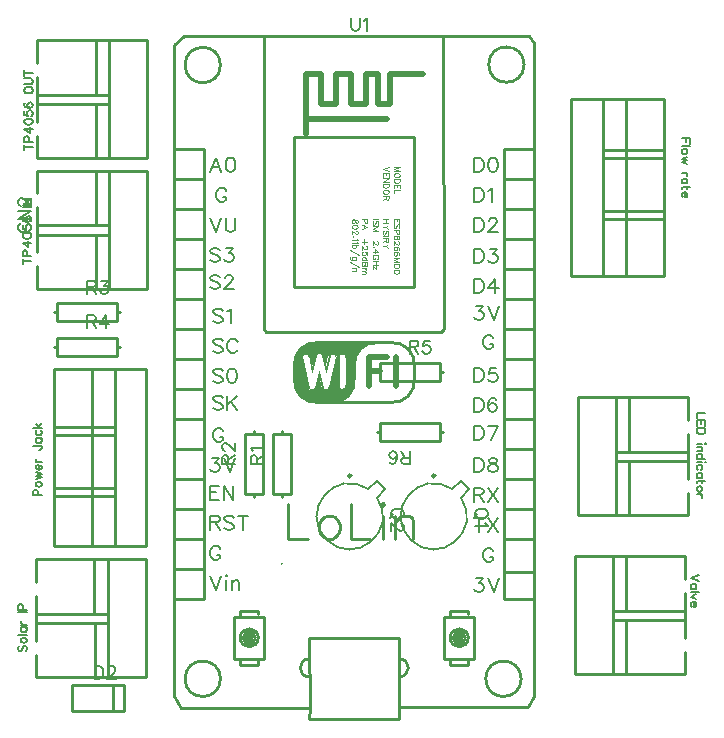
<source format=gto>
G04 Layer: TopSilkLayer*
G04 EasyEDA v6.4.0, 2020-07-18T08:58:50+05:30*
G04 8da112671cf046a09353fb5968b32747,f1a86d1669934288b337f1190552c02f,10*
G04 Gerber Generator version 0.2*
G04 Scale: 100 percent, Rotated: No, Reflected: No *
G04 Dimensions in inches *
G04 leading zeros omitted , absolute positions ,2 integer and 4 decimal *
%FSLAX24Y24*%
%MOIN*%
G90*
G70D02*

%ADD10C,0.010000*%
%ADD20C,0.007900*%
%ADD21C,0.020000*%
%ADD22C,0.001000*%
%ADD23C,0.002000*%
%ADD24C,0.004000*%
%ADD25C,0.009800*%
%ADD26C,0.003000*%
%ADD27C,0.006000*%
%ADD28C,0.008000*%

%LPD*%
G54D10*
G01X2138Y16120D02*
G01X2138Y17079D01*
G01X2138Y14631D02*
G01X2138Y15381D01*
G01X2138Y15849D02*
G01X2138Y17350D01*
G01X2138Y17818D02*
G01X2138Y18568D01*
G01X5799Y14631D02*
G01X5799Y18568D01*
G01X2138Y14631D02*
G01X5799Y14631D01*
G01X2138Y18568D02*
G01X5799Y18568D01*
G01X4525Y14631D02*
G01X4525Y18568D01*
G01X2138Y16443D02*
G01X4525Y16443D01*
G01X2200Y16750D02*
G01X2146Y16750D01*
G01X2138Y16758D01*
G01X2138Y16758D02*
G01X4525Y16758D01*
G01X4105Y14631D02*
G01X4105Y16443D01*
G01X4079Y16758D02*
G01X4079Y18568D01*
G01X2138Y20470D02*
G01X2138Y21429D01*
G01X2138Y18981D02*
G01X2138Y19731D01*
G01X2138Y20199D02*
G01X2138Y21700D01*
G01X2138Y22168D02*
G01X2138Y22918D01*
G01X5799Y18981D02*
G01X5799Y22918D01*
G01X2138Y18981D02*
G01X5799Y18981D01*
G01X2138Y22918D02*
G01X5799Y22918D01*
G01X4525Y18981D02*
G01X4525Y22918D01*
G01X2138Y20793D02*
G01X4525Y20793D01*
G01X2200Y21100D02*
G01X2146Y21100D01*
G01X2138Y21108D01*
G01X2138Y21108D02*
G01X4525Y21108D01*
G01X4105Y18981D02*
G01X4105Y20793D01*
G01X4079Y21108D02*
G01X4079Y22918D01*
G01X2688Y6047D02*
G01X2688Y11952D01*
G01X5759Y6047D02*
G01X5759Y11952D01*
G01X2688Y6047D02*
G01X5759Y6047D01*
G01X2688Y11952D02*
G01X5759Y11952D01*
G01X4714Y6047D02*
G01X4714Y11952D01*
G01X2688Y7734D02*
G01X4650Y7734D01*
G01X2688Y7994D02*
G01X4650Y7994D01*
G01X2688Y9772D02*
G01X4714Y9772D01*
G01X2688Y10031D02*
G01X4714Y10031D01*
G01X3950Y6118D02*
G01X3950Y11952D01*
G01X23011Y20952D02*
G01X23011Y15047D01*
G01X19940Y20952D02*
G01X19940Y15047D01*
G01X23011Y20952D02*
G01X19940Y20952D01*
G01X23011Y15047D02*
G01X19940Y15047D01*
G01X20985Y20952D02*
G01X20985Y15047D01*
G01X23011Y19265D02*
G01X21050Y19265D01*
G01X23011Y19005D02*
G01X21050Y19005D01*
G01X23011Y17227D02*
G01X20985Y17227D01*
G01X23011Y16968D02*
G01X20985Y16968D01*
G01X21750Y20881D02*
G01X21750Y15047D01*
G01X10300Y7800D02*
G01X10300Y7700D01*
G01X10300Y9800D02*
G01X10300Y9900D01*
G01X10300Y7800D02*
G01X10000Y7800D01*
G01X10600Y7800D02*
G01X10300Y7800D01*
G01X10600Y9800D02*
G01X10600Y7800D01*
G01X10300Y9800D02*
G01X10600Y9800D01*
G01X10000Y9800D02*
G01X10300Y9800D01*
G01X10000Y7800D02*
G01X10000Y9800D01*
G01X9350Y7800D02*
G01X9350Y7700D01*
G01X9350Y9800D02*
G01X9350Y9900D01*
G01X9350Y7800D02*
G01X9050Y7800D01*
G01X9650Y7800D02*
G01X9350Y7800D01*
G01X9650Y9800D02*
G01X9650Y7800D01*
G01X9350Y9800D02*
G01X9650Y9800D01*
G01X9050Y9800D02*
G01X9350Y9800D01*
G01X9050Y7800D02*
G01X9050Y9800D01*
G01X2800Y13850D02*
G01X2700Y13850D01*
G01X4800Y13850D02*
G01X4900Y13850D01*
G01X2800Y13850D02*
G01X2800Y14150D01*
G01X2800Y13550D02*
G01X2800Y13850D01*
G01X4800Y13550D02*
G01X2800Y13550D01*
G01X4800Y13850D02*
G01X4800Y13550D01*
G01X4800Y14150D02*
G01X4800Y13850D01*
G01X2800Y14150D02*
G01X4800Y14150D01*
G01X2800Y12700D02*
G01X2700Y12700D01*
G01X4800Y12700D02*
G01X4900Y12700D01*
G01X2800Y12700D02*
G01X2800Y13000D01*
G01X2800Y12400D02*
G01X2800Y12700D01*
G01X4800Y12400D02*
G01X2800Y12400D01*
G01X4800Y12700D02*
G01X4800Y12400D01*
G01X4800Y13000D02*
G01X4800Y12700D01*
G01X2800Y13000D02*
G01X4800Y13000D01*
G01X13550Y11850D02*
G01X13450Y11850D01*
G01X15550Y11850D02*
G01X15650Y11850D01*
G01X13550Y11850D02*
G01X13550Y12150D01*
G01X13550Y11550D02*
G01X13550Y11850D01*
G01X15550Y11550D02*
G01X13550Y11550D01*
G01X15550Y11850D02*
G01X15550Y11550D01*
G01X15550Y12150D02*
G01X15550Y11850D01*
G01X13550Y12150D02*
G01X15550Y12150D01*
G01X15550Y9850D02*
G01X15650Y9850D01*
G01X13550Y9850D02*
G01X13450Y9850D01*
G01X15550Y9850D02*
G01X15550Y9550D01*
G01X15550Y10150D02*
G01X15550Y9850D01*
G01X13550Y10150D02*
G01X15550Y10150D01*
G01X13550Y9850D02*
G01X13550Y10150D01*
G01X13550Y9550D02*
G01X13550Y9850D01*
G01X15550Y9550D02*
G01X13550Y9550D01*
G54D20*
G01X16256Y7667D02*
G01X16539Y7950D01*
G01X16250Y8240D01*
G01X15968Y7957D01*
G01X13456Y7667D02*
G01X13739Y7950D01*
G01X13450Y8240D01*
G01X13168Y7957D01*
G54D10*
G01X23711Y4229D02*
G01X23711Y3270D01*
G01X23711Y5718D02*
G01X23711Y4968D01*
G01X23711Y4500D02*
G01X23711Y2999D01*
G01X23711Y2531D02*
G01X23711Y1781D01*
G01X20050Y5718D02*
G01X20050Y1781D01*
G01X23711Y5718D02*
G01X20050Y5718D01*
G01X23711Y1781D02*
G01X20050Y1781D01*
G01X21324Y5718D02*
G01X21324Y1781D01*
G01X23711Y3906D02*
G01X21324Y3906D01*
G01X23650Y3600D02*
G01X23703Y3600D01*
G01X23711Y3591D01*
G01X23711Y3591D02*
G01X21324Y3591D01*
G01X21744Y5718D02*
G01X21744Y3906D01*
G01X21770Y3591D02*
G01X21770Y1781D01*
G01X2088Y3170D02*
G01X2088Y4129D01*
G01X2088Y1681D02*
G01X2088Y2431D01*
G01X2088Y2899D02*
G01X2088Y4400D01*
G01X2088Y4868D02*
G01X2088Y5618D01*
G01X5749Y1681D02*
G01X5749Y5618D01*
G01X2088Y1681D02*
G01X5749Y1681D01*
G01X2088Y5618D02*
G01X5749Y5618D01*
G01X4475Y1681D02*
G01X4475Y5618D01*
G01X2088Y3493D02*
G01X4475Y3493D01*
G01X2150Y3800D02*
G01X2096Y3800D01*
G01X2088Y3808D01*
G01X2088Y3808D02*
G01X4475Y3808D01*
G01X4055Y1681D02*
G01X4055Y3493D01*
G01X4029Y3808D02*
G01X4029Y5618D01*
G01X23811Y9529D02*
G01X23811Y8570D01*
G01X23811Y11018D02*
G01X23811Y10268D01*
G01X23811Y9800D02*
G01X23811Y8299D01*
G01X23811Y7831D02*
G01X23811Y7081D01*
G01X20150Y11018D02*
G01X20150Y7081D01*
G01X23811Y11018D02*
G01X20150Y11018D01*
G01X23811Y7081D02*
G01X20150Y7081D01*
G01X21424Y11018D02*
G01X21424Y7081D01*
G01X23811Y9206D02*
G01X21424Y9206D01*
G01X23750Y8900D02*
G01X23803Y8900D01*
G01X23811Y8891D01*
G01X23811Y8891D02*
G01X21424Y8891D01*
G01X21844Y11018D02*
G01X21844Y9206D01*
G01X21870Y8891D02*
G01X21870Y7081D01*
G01X5016Y566D02*
G01X3283Y566D01*
G01X5016Y1433D02*
G01X3283Y1433D01*
G01X5016Y566D02*
G01X5016Y1433D01*
G01X3283Y566D02*
G01X3283Y1433D01*
G01X4646Y566D02*
G01X4646Y1433D01*
G01X6699Y22000D02*
G01X6699Y19300D01*
G01X7699Y19300D01*
G01X7699Y4300D01*
G01X6699Y4300D01*
G01X6688Y1044D01*
G01X6924Y650D01*
G01X9050Y650D01*
G01X11215Y650D01*
G01X11199Y296D01*
G01X14199Y296D01*
G01X14207Y689D01*
G01X18498Y690D01*
G01X18699Y1044D01*
G01X18699Y22812D01*
G01X18508Y23048D01*
G01X7012Y23048D01*
G01X6697Y22772D01*
G01X6699Y22000D01*
G01X6700Y4300D02*
G01X6700Y19300D01*
G01X7700Y18300D02*
G01X6700Y18300D01*
G01X7700Y17300D02*
G01X6700Y17300D01*
G01X7700Y16300D02*
G01X6700Y16300D01*
G01X7700Y15300D02*
G01X6700Y15300D01*
G01X7700Y13300D02*
G01X6700Y13300D01*
G01X7700Y12300D02*
G01X6700Y12300D01*
G01X7700Y14300D02*
G01X6700Y14300D01*
G01X7700Y11300D02*
G01X6700Y11300D01*
G01X6700Y10300D02*
G01X7700Y10300D01*
G01X7700Y9300D02*
G01X6700Y9300D01*
G01X6700Y8300D02*
G01X7700Y8300D01*
G01X7700Y7300D02*
G01X6700Y7300D01*
G01X7700Y6300D02*
G01X6700Y6300D01*
G01X6700Y5300D02*
G01X7700Y5300D01*
G01X18700Y4300D02*
G01X17700Y4300D01*
G01X17700Y19300D01*
G01X18700Y19300D01*
G01X18700Y18300D02*
G01X17700Y18300D01*
G01X17700Y17300D02*
G01X18700Y17300D01*
G01X18700Y16300D02*
G01X17700Y16300D01*
G01X17700Y15300D02*
G01X18700Y15300D01*
G01X18700Y14300D02*
G01X17700Y14300D01*
G01X17700Y13300D02*
G01X18700Y13300D01*
G01X18700Y12300D02*
G01X17700Y12300D01*
G01X17700Y11300D02*
G01X18700Y11300D01*
G01X18700Y10300D02*
G01X17700Y10300D01*
G01X17700Y9300D02*
G01X18700Y9300D01*
G01X18700Y8300D02*
G01X17700Y8300D01*
G01X17700Y7300D02*
G01X18700Y7300D01*
G01X17700Y6300D02*
G01X18700Y6300D01*
G01X17700Y5200D02*
G01X18700Y5200D01*
G01X8700Y2300D02*
G01X9700Y2300D01*
G01X9700Y3700D01*
G01X8700Y3700D01*
G01X8700Y2300D01*
G01X8900Y2300D01*
G01X8900Y2100D01*
G01X9500Y2100D01*
G01X9500Y2300D01*
G01X8900Y3700D02*
G01X8900Y3900D01*
G01X9500Y3900D01*
G01X9500Y3800D01*
G01X15700Y2300D02*
G01X16700Y2300D01*
G01X16700Y3700D01*
G01X15700Y3700D01*
G01X15700Y2300D01*
G01X15900Y2300D01*
G01X15900Y2100D01*
G01X16500Y2100D01*
G01X16500Y2300D01*
G01X15900Y3700D02*
G01X15900Y3900D01*
G01X16500Y3900D01*
G01X16500Y3800D01*
G01X14207Y611D02*
G01X14200Y3000D01*
G01X11200Y3000D01*
G01X11215Y650D01*
G01X9689Y23008D02*
G01X9689Y13309D01*
G01X9748Y13209D01*
G01X15599Y13209D01*
G01X15689Y13309D01*
G01X15673Y23008D01*
G01X10700Y14700D02*
G01X14700Y14700D01*
G01X14700Y19700D01*
G01X10700Y19700D01*
G01X10700Y19600D01*
G01X10700Y14700D01*
G54D21*
G01X11100Y19800D02*
G01X11100Y21800D01*
G01X11600Y21800D01*
G01X11600Y20800D01*
G01X12100Y20800D01*
G01X12100Y21800D01*
G01X12600Y21800D01*
G01X12600Y20800D01*
G01X13100Y20800D01*
G01X13100Y21800D01*
G01X13500Y21800D01*
G01X13500Y20800D01*
G01X13900Y20800D01*
G01X13900Y21800D01*
G01X15000Y21800D01*
G01X11100Y20300D02*
G01X13800Y20300D01*
G54D10*
G01X11500Y12844D02*
G01X13900Y12844D01*
G01X14700Y11644D02*
G01X14700Y12044D01*
G01X13900Y10844D02*
G01X11500Y10844D01*
G01X12700Y11644D02*
G01X12700Y12044D01*
G01X10700Y11644D02*
G01X10700Y12144D01*
G01X12139Y12350D02*
G01X11830Y11100D01*
G01X12150Y11100D01*
G01X12150Y12380D01*
G01X10910Y12400D02*
G01X11160Y11319D01*
G54D22*
G01X11389Y11340D02*
G01X11530Y11909D01*
G01X11650Y11340D01*
G54D23*
G01X11389Y11309D02*
G01X11530Y11880D01*
G01X11650Y11309D01*
G54D24*
G01X11389Y11209D02*
G01X11530Y11780D01*
G01X11650Y11209D01*
G54D23*
G01X11389Y11259D02*
G01X11530Y11830D01*
G01X11650Y11259D01*
G54D22*
G01X11439Y12419D02*
G01X11300Y11850D01*
G01X11180Y12419D01*
G54D23*
G01X11439Y12450D02*
G01X11300Y11880D01*
G01X11180Y12450D01*
G54D24*
G01X11439Y12550D02*
G01X11300Y11980D01*
G01X11180Y12550D01*
G54D23*
G01X11439Y12500D02*
G01X11300Y11930D01*
G01X11180Y12500D01*
G54D22*
G01X11889Y12430D02*
G01X11750Y11859D01*
G01X11630Y12430D01*
G54D23*
G01X11889Y12459D02*
G01X11750Y11890D01*
G01X11630Y12459D01*
G54D24*
G01X11889Y12559D02*
G01X11750Y11990D01*
G01X11630Y12559D01*
G54D23*
G01X11889Y12509D02*
G01X11750Y11940D01*
G01X11630Y12509D01*
G54D10*
G01X12450Y12600D02*
G01X12450Y11200D01*
G54D27*
G01X1696Y19344D02*
G01X1984Y19344D01*
G01X1696Y19250D02*
G01X1696Y19440D01*
G01X1696Y19530D02*
G01X1984Y19530D01*
G01X1696Y19530D02*
G01X1696Y19653D01*
G01X1711Y19694D01*
G01X1725Y19707D01*
G01X1751Y19721D01*
G01X1792Y19721D01*
G01X1819Y19707D01*
G01X1834Y19694D01*
G01X1846Y19653D01*
G01X1846Y19530D01*
G01X1696Y19948D02*
G01X1888Y19811D01*
G01X1888Y20015D01*
G01X1696Y19948D02*
G01X1984Y19948D01*
G01X1696Y20188D02*
G01X1711Y20146D01*
G01X1751Y20119D01*
G01X1819Y20105D01*
G01X1861Y20105D01*
G01X1928Y20119D01*
G01X1969Y20146D01*
G01X1984Y20188D01*
G01X1984Y20215D01*
G01X1969Y20255D01*
G01X1928Y20284D01*
G01X1861Y20296D01*
G01X1819Y20296D01*
G01X1751Y20284D01*
G01X1711Y20255D01*
G01X1696Y20215D01*
G01X1696Y20188D01*
G01X1696Y20551D02*
G01X1696Y20415D01*
G01X1819Y20401D01*
G01X1805Y20415D01*
G01X1792Y20455D01*
G01X1792Y20496D01*
G01X1805Y20536D01*
G01X1834Y20565D01*
G01X1875Y20578D01*
G01X1901Y20578D01*
G01X1942Y20565D01*
G01X1969Y20536D01*
G01X1984Y20496D01*
G01X1984Y20455D01*
G01X1969Y20415D01*
G01X1955Y20401D01*
G01X1928Y20386D01*
G01X1738Y20832D02*
G01X1711Y20817D01*
G01X1696Y20777D01*
G01X1696Y20750D01*
G01X1711Y20709D01*
G01X1751Y20682D01*
G01X1819Y20667D01*
G01X1888Y20667D01*
G01X1942Y20682D01*
G01X1969Y20709D01*
G01X1984Y20750D01*
G01X1984Y20763D01*
G01X1969Y20805D01*
G01X1942Y20832D01*
G01X1901Y20844D01*
G01X1888Y20844D01*
G01X1846Y20832D01*
G01X1819Y20805D01*
G01X1805Y20763D01*
G01X1805Y20750D01*
G01X1819Y20709D01*
G01X1846Y20682D01*
G01X1888Y20667D01*
G01X1696Y21227D02*
G01X1711Y21200D01*
G01X1738Y21173D01*
G01X1765Y21159D01*
G01X1805Y21144D01*
G01X1875Y21144D01*
G01X1915Y21159D01*
G01X1942Y21173D01*
G01X1969Y21200D01*
G01X1984Y21227D01*
G01X1984Y21282D01*
G01X1969Y21309D01*
G01X1942Y21336D01*
G01X1915Y21350D01*
G01X1875Y21363D01*
G01X1805Y21363D01*
G01X1765Y21350D01*
G01X1738Y21336D01*
G01X1711Y21309D01*
G01X1696Y21282D01*
G01X1696Y21227D01*
G01X1696Y21453D02*
G01X1901Y21453D01*
G01X1942Y21467D01*
G01X1969Y21494D01*
G01X1984Y21534D01*
G01X1984Y21563D01*
G01X1969Y21603D01*
G01X1942Y21630D01*
G01X1901Y21644D01*
G01X1696Y21644D01*
G01X1696Y21830D02*
G01X1984Y21830D01*
G01X1696Y21734D02*
G01X1696Y21925D01*
G01X1646Y15544D02*
G01X1934Y15544D01*
G01X1646Y15450D02*
G01X1646Y15640D01*
G01X1646Y15730D02*
G01X1934Y15730D01*
G01X1646Y15730D02*
G01X1646Y15853D01*
G01X1661Y15894D01*
G01X1675Y15907D01*
G01X1701Y15921D01*
G01X1742Y15921D01*
G01X1769Y15907D01*
G01X1784Y15894D01*
G01X1796Y15853D01*
G01X1796Y15730D01*
G01X1646Y16148D02*
G01X1838Y16011D01*
G01X1838Y16215D01*
G01X1646Y16148D02*
G01X1934Y16148D01*
G01X1646Y16388D02*
G01X1661Y16346D01*
G01X1701Y16319D01*
G01X1769Y16305D01*
G01X1811Y16305D01*
G01X1878Y16319D01*
G01X1919Y16346D01*
G01X1934Y16388D01*
G01X1934Y16415D01*
G01X1919Y16455D01*
G01X1878Y16484D01*
G01X1811Y16496D01*
G01X1769Y16496D01*
G01X1701Y16484D01*
G01X1661Y16455D01*
G01X1646Y16415D01*
G01X1646Y16388D01*
G01X1646Y16751D02*
G01X1646Y16615D01*
G01X1769Y16601D01*
G01X1755Y16615D01*
G01X1742Y16655D01*
G01X1742Y16696D01*
G01X1755Y16736D01*
G01X1784Y16765D01*
G01X1825Y16778D01*
G01X1851Y16778D01*
G01X1892Y16765D01*
G01X1919Y16736D01*
G01X1934Y16696D01*
G01X1934Y16655D01*
G01X1919Y16615D01*
G01X1905Y16601D01*
G01X1878Y16586D01*
G01X1688Y17032D02*
G01X1661Y17017D01*
G01X1646Y16977D01*
G01X1646Y16950D01*
G01X1661Y16909D01*
G01X1701Y16882D01*
G01X1769Y16867D01*
G01X1838Y16867D01*
G01X1892Y16882D01*
G01X1919Y16909D01*
G01X1934Y16950D01*
G01X1934Y16963D01*
G01X1919Y17005D01*
G01X1892Y17032D01*
G01X1851Y17044D01*
G01X1838Y17044D01*
G01X1796Y17032D01*
G01X1769Y17005D01*
G01X1755Y16963D01*
G01X1755Y16950D01*
G01X1769Y16909D01*
G01X1796Y16882D01*
G01X1838Y16867D01*
G01X1646Y17344D02*
G01X1934Y17344D01*
G01X1646Y17434D02*
G01X1934Y17434D01*
G01X1646Y17434D02*
G01X1934Y17626D01*
G01X1646Y17626D02*
G01X1934Y17626D01*
G01X1996Y7750D02*
G01X2284Y7750D01*
G01X1996Y7750D02*
G01X1996Y7873D01*
G01X2011Y7913D01*
G01X2025Y7926D01*
G01X2051Y7940D01*
G01X2092Y7940D01*
G01X2119Y7926D01*
G01X2134Y7913D01*
G01X2146Y7873D01*
G01X2146Y7750D01*
G01X2092Y8098D02*
G01X2105Y8071D01*
G01X2134Y8044D01*
G01X2175Y8030D01*
G01X2201Y8030D01*
G01X2242Y8044D01*
G01X2269Y8071D01*
G01X2284Y8098D01*
G01X2284Y8140D01*
G01X2269Y8167D01*
G01X2242Y8194D01*
G01X2201Y8207D01*
G01X2175Y8207D01*
G01X2134Y8194D01*
G01X2105Y8167D01*
G01X2092Y8140D01*
G01X2092Y8098D01*
G01X2092Y8298D02*
G01X2284Y8353D01*
G01X2092Y8407D02*
G01X2284Y8353D01*
G01X2092Y8407D02*
G01X2284Y8461D01*
G01X2092Y8515D02*
G01X2284Y8461D01*
G01X2175Y8605D02*
G01X2175Y8769D01*
G01X2146Y8769D01*
G01X2119Y8755D01*
G01X2105Y8742D01*
G01X2092Y8715D01*
G01X2092Y8675D01*
G01X2105Y8646D01*
G01X2134Y8619D01*
G01X2175Y8605D01*
G01X2201Y8605D01*
G01X2242Y8619D01*
G01X2269Y8646D01*
G01X2284Y8675D01*
G01X2284Y8715D01*
G01X2269Y8742D01*
G01X2242Y8769D01*
G01X2092Y8859D02*
G01X2284Y8859D01*
G01X2175Y8859D02*
G01X2134Y8873D01*
G01X2105Y8901D01*
G01X2092Y8928D01*
G01X2092Y8969D01*
G01X1996Y9405D02*
G01X2215Y9405D01*
G01X2255Y9392D01*
G01X2269Y9378D01*
G01X2284Y9351D01*
G01X2284Y9323D01*
G01X2269Y9296D01*
G01X2255Y9282D01*
G01X2215Y9269D01*
G01X2188Y9269D01*
G01X2092Y9659D02*
G01X2284Y9659D01*
G01X2134Y9659D02*
G01X2105Y9632D01*
G01X2092Y9605D01*
G01X2092Y9563D01*
G01X2105Y9536D01*
G01X2134Y9509D01*
G01X2175Y9494D01*
G01X2201Y9494D01*
G01X2242Y9509D01*
G01X2269Y9536D01*
G01X2284Y9563D01*
G01X2284Y9605D01*
G01X2269Y9632D01*
G01X2242Y9659D01*
G01X2134Y9913D02*
G01X2105Y9884D01*
G01X2092Y9857D01*
G01X2092Y9817D01*
G01X2105Y9790D01*
G01X2134Y9763D01*
G01X2175Y9748D01*
G01X2201Y9748D01*
G01X2242Y9763D01*
G01X2269Y9790D01*
G01X2284Y9817D01*
G01X2284Y9857D01*
G01X2269Y9884D01*
G01X2242Y9913D01*
G01X1996Y10003D02*
G01X2284Y10003D01*
G01X2092Y10138D02*
G01X2228Y10003D01*
G01X2175Y10057D02*
G01X2284Y10153D01*
G01X1538Y2740D02*
G01X1511Y2713D01*
G01X1496Y2673D01*
G01X1496Y2617D01*
G01X1511Y2576D01*
G01X1538Y2550D01*
G01X1565Y2550D01*
G01X1592Y2563D01*
G01X1605Y2576D01*
G01X1619Y2605D01*
G01X1646Y2686D01*
G01X1661Y2713D01*
G01X1675Y2726D01*
G01X1701Y2740D01*
G01X1742Y2740D01*
G01X1769Y2713D01*
G01X1784Y2673D01*
G01X1784Y2617D01*
G01X1769Y2576D01*
G01X1742Y2550D01*
G01X1592Y2898D02*
G01X1605Y2871D01*
G01X1634Y2844D01*
G01X1675Y2830D01*
G01X1701Y2830D01*
G01X1742Y2844D01*
G01X1769Y2871D01*
G01X1784Y2898D01*
G01X1784Y2940D01*
G01X1769Y2967D01*
G01X1742Y2994D01*
G01X1701Y3007D01*
G01X1675Y3007D01*
G01X1634Y2994D01*
G01X1605Y2967D01*
G01X1592Y2940D01*
G01X1592Y2898D01*
G01X1496Y3098D02*
G01X1784Y3098D01*
G01X1592Y3351D02*
G01X1784Y3351D01*
G01X1634Y3351D02*
G01X1605Y3325D01*
G01X1592Y3296D01*
G01X1592Y3255D01*
G01X1605Y3228D01*
G01X1634Y3201D01*
G01X1675Y3188D01*
G01X1701Y3188D01*
G01X1742Y3201D01*
G01X1769Y3228D01*
G01X1784Y3255D01*
G01X1784Y3296D01*
G01X1769Y3325D01*
G01X1742Y3351D01*
G01X1592Y3442D02*
G01X1784Y3442D01*
G01X1675Y3442D02*
G01X1634Y3455D01*
G01X1605Y3482D01*
G01X1592Y3509D01*
G01X1592Y3551D01*
G01X1496Y3851D02*
G01X1784Y3851D01*
G01X1496Y3940D02*
G01X1784Y3940D01*
G01X1496Y3940D02*
G01X1496Y4063D01*
G01X1511Y4105D01*
G01X1525Y4117D01*
G01X1551Y4132D01*
G01X1592Y4132D01*
G01X1619Y4117D01*
G01X1634Y4105D01*
G01X1646Y4063D01*
G01X1646Y3940D01*
G01X24202Y5100D02*
G01X23915Y4990D01*
G01X24202Y4882D02*
G01X23915Y4990D01*
G01X24106Y4628D02*
G01X23915Y4628D01*
G01X24065Y4628D02*
G01X24093Y4655D01*
G01X24106Y4682D01*
G01X24106Y4723D01*
G01X24093Y4751D01*
G01X24065Y4778D01*
G01X24025Y4792D01*
G01X23997Y4792D01*
G01X23956Y4778D01*
G01X23930Y4751D01*
G01X23915Y4723D01*
G01X23915Y4682D01*
G01X23930Y4655D01*
G01X23956Y4628D01*
G01X24202Y4538D02*
G01X23915Y4538D01*
G01X24106Y4448D02*
G01X23915Y4365D01*
G01X24106Y4284D02*
G01X23915Y4365D01*
G01X24025Y4194D02*
G01X24025Y4030D01*
G01X24052Y4030D01*
G01X24080Y4044D01*
G01X24093Y4057D01*
G01X24106Y4084D01*
G01X24106Y4126D01*
G01X24093Y4153D01*
G01X24065Y4180D01*
G01X24025Y4194D01*
G01X23997Y4194D01*
G01X23956Y4180D01*
G01X23930Y4153D01*
G01X23915Y4126D01*
G01X23915Y4084D01*
G01X23930Y4057D01*
G01X23956Y4030D01*
G01X24402Y10500D02*
G01X24115Y10500D01*
G01X24115Y10500D02*
G01X24115Y10336D01*
G01X24402Y10246D02*
G01X24115Y10246D01*
G01X24402Y10246D02*
G01X24402Y10069D01*
G01X24265Y10246D02*
G01X24265Y10136D01*
G01X24115Y10246D02*
G01X24115Y10069D01*
G01X24402Y9978D02*
G01X24115Y9978D01*
G01X24402Y9978D02*
G01X24402Y9884D01*
G01X24389Y9842D01*
G01X24361Y9815D01*
G01X24335Y9801D01*
G01X24293Y9788D01*
G01X24225Y9788D01*
G01X24185Y9801D01*
G01X24156Y9815D01*
G01X24130Y9842D01*
G01X24115Y9884D01*
G01X24115Y9978D01*
G01X24402Y9488D02*
G01X24389Y9475D01*
G01X24402Y9461D01*
G01X24415Y9475D01*
G01X24402Y9488D01*
G01X24306Y9475D02*
G01X24115Y9475D01*
G01X24306Y9371D02*
G01X24115Y9371D01*
G01X24252Y9371D02*
G01X24293Y9330D01*
G01X24306Y9303D01*
G01X24306Y9261D01*
G01X24293Y9234D01*
G01X24252Y9221D01*
G01X24115Y9221D01*
G01X24402Y8967D02*
G01X24115Y8967D01*
G01X24265Y8967D02*
G01X24293Y8994D01*
G01X24306Y9021D01*
G01X24306Y9063D01*
G01X24293Y9090D01*
G01X24265Y9117D01*
G01X24225Y9130D01*
G01X24197Y9130D01*
G01X24156Y9117D01*
G01X24130Y9090D01*
G01X24115Y9063D01*
G01X24115Y9021D01*
G01X24130Y8994D01*
G01X24156Y8967D01*
G01X24402Y8876D02*
G01X24389Y8863D01*
G01X24402Y8850D01*
G01X24415Y8863D01*
G01X24402Y8876D01*
G01X24306Y8863D02*
G01X24115Y8863D01*
G01X24265Y8596D02*
G01X24293Y8623D01*
G01X24306Y8651D01*
G01X24306Y8692D01*
G01X24293Y8719D01*
G01X24265Y8746D01*
G01X24225Y8759D01*
G01X24197Y8759D01*
G01X24156Y8746D01*
G01X24130Y8719D01*
G01X24115Y8692D01*
G01X24115Y8651D01*
G01X24130Y8623D01*
G01X24156Y8596D01*
G01X24306Y8342D02*
G01X24115Y8342D01*
G01X24265Y8342D02*
G01X24293Y8369D01*
G01X24306Y8396D01*
G01X24306Y8438D01*
G01X24293Y8465D01*
G01X24265Y8492D01*
G01X24225Y8505D01*
G01X24197Y8505D01*
G01X24156Y8492D01*
G01X24130Y8465D01*
G01X24115Y8438D01*
G01X24115Y8396D01*
G01X24130Y8369D01*
G01X24156Y8342D01*
G01X24402Y8211D02*
G01X24171Y8211D01*
G01X24130Y8198D01*
G01X24115Y8171D01*
G01X24115Y8144D01*
G01X24306Y8253D02*
G01X24306Y8157D01*
G01X24306Y7984D02*
G01X24293Y8013D01*
G01X24265Y8040D01*
G01X24225Y8053D01*
G01X24197Y8053D01*
G01X24156Y8040D01*
G01X24130Y8013D01*
G01X24115Y7984D01*
G01X24115Y7944D01*
G01X24130Y7917D01*
G01X24156Y7890D01*
G01X24197Y7876D01*
G01X24225Y7876D01*
G01X24265Y7890D01*
G01X24293Y7917D01*
G01X24306Y7944D01*
G01X24306Y7984D01*
G01X24306Y7786D02*
G01X24115Y7786D01*
G01X24225Y7786D02*
G01X24265Y7773D01*
G01X24293Y7744D01*
G01X24306Y7717D01*
G01X24306Y7676D01*
G01X23902Y19650D02*
G01X23615Y19650D01*
G01X23902Y19650D02*
G01X23902Y19473D01*
G01X23765Y19650D02*
G01X23765Y19540D01*
G01X23902Y19382D02*
G01X23615Y19382D01*
G01X23806Y19225D02*
G01X23793Y19252D01*
G01X23765Y19278D01*
G01X23725Y19292D01*
G01X23697Y19292D01*
G01X23656Y19278D01*
G01X23630Y19252D01*
G01X23615Y19225D01*
G01X23615Y19184D01*
G01X23630Y19155D01*
G01X23656Y19128D01*
G01X23697Y19115D01*
G01X23725Y19115D01*
G01X23765Y19128D01*
G01X23793Y19155D01*
G01X23806Y19184D01*
G01X23806Y19225D01*
G01X23806Y19025D02*
G01X23615Y18971D01*
G01X23806Y18915D02*
G01X23615Y18971D01*
G01X23806Y18915D02*
G01X23615Y18861D01*
G01X23806Y18807D02*
G01X23615Y18861D01*
G01X23806Y18507D02*
G01X23615Y18507D01*
G01X23725Y18507D02*
G01X23765Y18494D01*
G01X23793Y18465D01*
G01X23806Y18438D01*
G01X23806Y18398D01*
G01X23806Y18144D02*
G01X23615Y18144D01*
G01X23765Y18144D02*
G01X23793Y18171D01*
G01X23806Y18198D01*
G01X23806Y18240D01*
G01X23793Y18267D01*
G01X23765Y18294D01*
G01X23725Y18307D01*
G01X23697Y18307D01*
G01X23656Y18294D01*
G01X23630Y18267D01*
G01X23615Y18240D01*
G01X23615Y18198D01*
G01X23630Y18171D01*
G01X23656Y18144D01*
G01X23902Y18013D02*
G01X23671Y18013D01*
G01X23630Y18000D01*
G01X23615Y17973D01*
G01X23615Y17944D01*
G01X23806Y18055D02*
G01X23806Y17959D01*
G01X23725Y17855D02*
G01X23725Y17692D01*
G01X23752Y17692D01*
G01X23780Y17705D01*
G01X23793Y17719D01*
G01X23806Y17746D01*
G01X23806Y17786D01*
G01X23793Y17815D01*
G01X23765Y17842D01*
G01X23725Y17855D01*
G01X23697Y17855D01*
G01X23656Y17842D01*
G01X23630Y17815D01*
G01X23615Y17786D01*
G01X23615Y17746D01*
G01X23630Y17719D01*
G01X23656Y17692D01*
G01X1598Y16822D02*
G01X1557Y16801D01*
G01X1515Y16760D01*
G01X1496Y16720D01*
G01X1496Y16638D01*
G01X1515Y16597D01*
G01X1557Y16556D01*
G01X1598Y16535D01*
G01X1659Y16515D01*
G01X1761Y16515D01*
G01X1823Y16535D01*
G01X1863Y16556D01*
G01X1905Y16597D01*
G01X1925Y16638D01*
G01X1925Y16720D01*
G01X1905Y16760D01*
G01X1863Y16801D01*
G01X1823Y16822D01*
G01X1496Y16957D02*
G01X1925Y16957D01*
G01X1496Y16957D02*
G01X1925Y17243D01*
G01X1496Y17243D02*
G01X1925Y17243D01*
G01X1598Y17399D02*
G01X1578Y17399D01*
G01X1536Y17419D01*
G01X1515Y17440D01*
G01X1496Y17480D01*
G01X1496Y17562D01*
G01X1515Y17603D01*
G01X1536Y17624D01*
G01X1578Y17644D01*
G01X1619Y17644D01*
G01X1659Y17624D01*
G01X1721Y17583D01*
G01X1925Y17378D01*
G01X1925Y17665D01*
G01X9246Y8800D02*
G01X9675Y8800D01*
G01X9246Y8800D02*
G01X9246Y8984D01*
G01X9265Y9044D01*
G01X9286Y9065D01*
G01X9327Y9086D01*
G01X9368Y9086D01*
G01X9410Y9065D01*
G01X9430Y9044D01*
G01X9450Y8984D01*
G01X9450Y8800D01*
G01X9450Y8942D02*
G01X9675Y9086D01*
G01X9327Y9221D02*
G01X9306Y9261D01*
G01X9246Y9323D01*
G01X9675Y9323D01*
G01X8296Y8800D02*
G01X8725Y8800D01*
G01X8296Y8800D02*
G01X8296Y8984D01*
G01X8315Y9044D01*
G01X8336Y9065D01*
G01X8377Y9086D01*
G01X8418Y9086D01*
G01X8460Y9065D01*
G01X8480Y9044D01*
G01X8500Y8984D01*
G01X8500Y8800D01*
G01X8500Y8942D02*
G01X8725Y9086D01*
G01X8397Y9242D02*
G01X8377Y9242D01*
G01X8336Y9261D01*
G01X8315Y9282D01*
G01X8296Y9323D01*
G01X8296Y9405D01*
G01X8315Y9446D01*
G01X8336Y9467D01*
G01X8377Y9486D01*
G01X8418Y9486D01*
G01X8460Y9467D01*
G01X8521Y9426D01*
G01X8725Y9221D01*
G01X8725Y9507D01*
G01X3800Y14903D02*
G01X3800Y14475D01*
G01X3800Y14903D02*
G01X3984Y14903D01*
G01X4044Y14884D01*
G01X4065Y14863D01*
G01X4086Y14821D01*
G01X4086Y14780D01*
G01X4065Y14740D01*
G01X4044Y14719D01*
G01X3984Y14700D01*
G01X3800Y14700D01*
G01X3942Y14700D02*
G01X4086Y14475D01*
G01X4261Y14903D02*
G01X4486Y14903D01*
G01X4365Y14740D01*
G01X4426Y14740D01*
G01X4467Y14719D01*
G01X4486Y14700D01*
G01X4507Y14638D01*
G01X4507Y14596D01*
G01X4486Y14536D01*
G01X4446Y14494D01*
G01X4384Y14475D01*
G01X4323Y14475D01*
G01X4261Y14494D01*
G01X4242Y14515D01*
G01X4221Y14555D01*
G01X3800Y13753D02*
G01X3800Y13325D01*
G01X3800Y13753D02*
G01X3984Y13753D01*
G01X4044Y13734D01*
G01X4065Y13713D01*
G01X4086Y13671D01*
G01X4086Y13630D01*
G01X4065Y13590D01*
G01X4044Y13569D01*
G01X3984Y13550D01*
G01X3800Y13550D01*
G01X3942Y13550D02*
G01X4086Y13325D01*
G01X4426Y13753D02*
G01X4221Y13467D01*
G01X4528Y13467D01*
G01X4426Y13753D02*
G01X4426Y13325D01*
G01X14550Y12903D02*
G01X14550Y12475D01*
G01X14550Y12903D02*
G01X14734Y12903D01*
G01X14794Y12884D01*
G01X14815Y12863D01*
G01X14835Y12821D01*
G01X14835Y12780D01*
G01X14815Y12740D01*
G01X14794Y12719D01*
G01X14734Y12700D01*
G01X14550Y12700D01*
G01X14693Y12700D02*
G01X14835Y12475D01*
G01X15217Y12903D02*
G01X15011Y12903D01*
G01X14992Y12719D01*
G01X15011Y12740D01*
G01X15073Y12761D01*
G01X15135Y12761D01*
G01X15196Y12740D01*
G01X15236Y12700D01*
G01X15257Y12638D01*
G01X15257Y12596D01*
G01X15236Y12536D01*
G01X15196Y12494D01*
G01X15135Y12475D01*
G01X15073Y12475D01*
G01X15011Y12494D01*
G01X14992Y12515D01*
G01X14971Y12555D01*
G01X14550Y8796D02*
G01X14550Y9225D01*
G01X14550Y8796D02*
G01X14365Y8796D01*
G01X14305Y8815D01*
G01X14284Y8836D01*
G01X14264Y8878D01*
G01X14264Y8919D01*
G01X14284Y8959D01*
G01X14305Y8980D01*
G01X14365Y9000D01*
G01X14550Y9000D01*
G01X14406Y9000D02*
G01X14264Y9225D01*
G01X13882Y8857D02*
G01X13903Y8815D01*
G01X13964Y8796D01*
G01X14006Y8796D01*
G01X14067Y8815D01*
G01X14107Y8878D01*
G01X14128Y8980D01*
G01X14128Y9082D01*
G01X14107Y9163D01*
G01X14067Y9205D01*
G01X14006Y9225D01*
G01X13985Y9225D01*
G01X13923Y9205D01*
G01X13882Y9163D01*
G01X13863Y9103D01*
G01X13863Y9082D01*
G01X13882Y9021D01*
G01X13923Y8980D01*
G01X13985Y8959D01*
G01X14006Y8959D01*
G01X14067Y8980D01*
G01X14107Y9021D01*
G01X14128Y9082D01*
G01X17153Y7176D02*
G01X17134Y7217D01*
G01X17093Y7259D01*
G01X17052Y7280D01*
G01X16989Y7300D01*
G01X16888Y7300D01*
G01X16827Y7280D01*
G01X16785Y7259D01*
G01X16744Y7217D01*
G01X16725Y7176D01*
G01X16725Y7094D01*
G01X16744Y7055D01*
G01X16785Y7013D01*
G01X16827Y6992D01*
G01X16888Y6973D01*
G01X16989Y6973D01*
G01X17052Y6992D01*
G01X17093Y7013D01*
G01X17134Y7055D01*
G01X17153Y7094D01*
G01X17153Y7176D01*
G01X16806Y7115D02*
G01X16684Y6992D01*
G01X17072Y6838D02*
G01X17093Y6796D01*
G01X17153Y6734D01*
G01X16725Y6734D01*
G01X14353Y7176D02*
G01X14334Y7217D01*
G01X14293Y7259D01*
G01X14252Y7280D01*
G01X14189Y7300D01*
G01X14088Y7300D01*
G01X14027Y7280D01*
G01X13985Y7259D01*
G01X13944Y7217D01*
G01X13925Y7176D01*
G01X13925Y7094D01*
G01X13944Y7055D01*
G01X13985Y7013D01*
G01X14027Y6992D01*
G01X14088Y6973D01*
G01X14189Y6973D01*
G01X14252Y6992D01*
G01X14293Y7013D01*
G01X14334Y7055D01*
G01X14353Y7094D01*
G01X14353Y7176D01*
G01X14006Y7115D02*
G01X13884Y6992D01*
G01X14252Y6817D02*
G01X14272Y6817D01*
G01X14313Y6796D01*
G01X14334Y6776D01*
G01X14353Y6734D01*
G01X14353Y6653D01*
G01X14334Y6613D01*
G01X14313Y6592D01*
G01X14272Y6571D01*
G01X14231Y6571D01*
G01X14189Y6592D01*
G01X14128Y6632D01*
G01X13925Y6838D01*
G01X13925Y6551D01*
G01X4050Y2053D02*
G01X4050Y1625D01*
G01X4050Y2053D02*
G01X4192Y2053D01*
G01X4255Y2034D01*
G01X4294Y1992D01*
G01X4315Y1951D01*
G01X4336Y1890D01*
G01X4336Y1788D01*
G01X4315Y1726D01*
G01X4294Y1686D01*
G01X4255Y1644D01*
G01X4192Y1625D01*
G01X4050Y1625D01*
G01X4492Y1951D02*
G01X4492Y1971D01*
G01X4511Y2013D01*
G01X4532Y2034D01*
G01X4573Y2053D01*
G01X4655Y2053D01*
G01X4696Y2034D01*
G01X4717Y2013D01*
G01X4736Y1971D01*
G01X4736Y1930D01*
G01X4717Y1890D01*
G01X4676Y1828D01*
G01X4471Y1625D01*
G01X4757Y1625D01*
G01X12600Y23653D02*
G01X12600Y23346D01*
G01X12619Y23286D01*
G01X12660Y23244D01*
G01X12722Y23225D01*
G01X12764Y23225D01*
G01X12825Y23244D01*
G01X12865Y23286D01*
G01X12885Y23346D01*
G01X12885Y23653D01*
G01X13021Y23571D02*
G01X13061Y23592D01*
G01X13123Y23653D01*
G01X13123Y23225D01*
G54D10*
G01X10500Y7455D02*
G01X10500Y6309D01*
G01X10500Y6309D02*
G01X11155Y6309D01*
G01X11787Y7073D02*
G01X11678Y7018D01*
G01X11569Y6909D01*
G01X11515Y6745D01*
G01X11515Y6636D01*
G01X11569Y6473D01*
G01X11678Y6364D01*
G01X11787Y6309D01*
G01X11951Y6309D01*
G01X12060Y6364D01*
G01X12169Y6473D01*
G01X12224Y6636D01*
G01X12224Y6745D01*
G01X12169Y6909D01*
G01X12060Y7018D01*
G01X11951Y7073D01*
G01X11787Y7073D01*
G01X12584Y7455D02*
G01X12584Y6309D01*
G01X12584Y6309D02*
G01X13238Y6309D01*
G01X13598Y7455D02*
G01X13653Y7400D01*
G01X13707Y7455D01*
G01X13653Y7509D01*
G01X13598Y7455D01*
G01X13653Y7073D02*
G01X13653Y6309D01*
G01X14067Y7073D02*
G01X14067Y6309D01*
G01X14067Y6855D02*
G01X14231Y7018D01*
G01X14340Y7073D01*
G01X14504Y7073D01*
G01X14613Y7018D01*
G01X14667Y6855D01*
G01X14667Y6309D01*
G54D24*
G01X10265Y5500D02*
G01X10247Y5482D01*
G01X10265Y5463D01*
G01X10284Y5482D01*
G01X10265Y5500D01*
G54D28*
G01X8082Y19000D02*
G01X7900Y18521D01*
G01X8082Y19000D02*
G01X8264Y18521D01*
G01X7968Y18682D02*
G01X8195Y18682D01*
G01X8550Y19000D02*
G01X8482Y18977D01*
G01X8436Y18909D01*
G01X8414Y18794D01*
G01X8414Y18727D01*
G01X8436Y18613D01*
G01X8482Y18544D01*
G01X8550Y18521D01*
G01X8595Y18521D01*
G01X8664Y18544D01*
G01X8709Y18613D01*
G01X8732Y18727D01*
G01X8732Y18794D01*
G01X8709Y18909D01*
G01X8664Y18977D01*
G01X8595Y19000D01*
G01X8550Y19000D01*
G01X8441Y17886D02*
G01X8418Y17932D01*
G01X8373Y17977D01*
G01X8327Y18000D01*
G01X8236Y18000D01*
G01X8191Y17977D01*
G01X8145Y17932D01*
G01X8123Y17886D01*
G01X8100Y17817D01*
G01X8100Y17703D01*
G01X8123Y17636D01*
G01X8145Y17590D01*
G01X8191Y17544D01*
G01X8236Y17521D01*
G01X8327Y17521D01*
G01X8373Y17544D01*
G01X8418Y17590D01*
G01X8441Y17636D01*
G01X8441Y17703D01*
G01X8327Y17703D02*
G01X8441Y17703D01*
G01X7900Y17000D02*
G01X8082Y16521D01*
G01X8264Y17000D02*
G01X8082Y16521D01*
G01X8414Y17000D02*
G01X8414Y16659D01*
G01X8436Y16590D01*
G01X8482Y16544D01*
G01X8550Y16521D01*
G01X8595Y16521D01*
G01X8664Y16544D01*
G01X8709Y16590D01*
G01X8732Y16659D01*
G01X8732Y17000D01*
G01X8218Y15932D02*
G01X8173Y15976D01*
G01X8105Y16000D01*
G01X8014Y16000D01*
G01X7945Y15976D01*
G01X7900Y15932D01*
G01X7900Y15886D01*
G01X7923Y15840D01*
G01X7945Y15817D01*
G01X7991Y15794D01*
G01X8127Y15750D01*
G01X8173Y15726D01*
G01X8195Y15703D01*
G01X8218Y15659D01*
G01X8218Y15590D01*
G01X8173Y15544D01*
G01X8105Y15521D01*
G01X8014Y15521D01*
G01X7945Y15544D01*
G01X7900Y15590D01*
G01X8414Y16000D02*
G01X8664Y16000D01*
G01X8527Y15817D01*
G01X8595Y15817D01*
G01X8641Y15794D01*
G01X8664Y15771D01*
G01X8686Y15703D01*
G01X8686Y15659D01*
G01X8664Y15590D01*
G01X8618Y15544D01*
G01X8550Y15521D01*
G01X8482Y15521D01*
G01X8414Y15544D01*
G01X8391Y15567D01*
G01X8368Y15613D01*
G01X8218Y15032D02*
G01X8173Y15076D01*
G01X8105Y15100D01*
G01X8014Y15100D01*
G01X7945Y15076D01*
G01X7900Y15032D01*
G01X7900Y14986D01*
G01X7923Y14940D01*
G01X7945Y14917D01*
G01X7991Y14894D01*
G01X8127Y14850D01*
G01X8173Y14826D01*
G01X8195Y14803D01*
G01X8218Y14759D01*
G01X8218Y14690D01*
G01X8173Y14644D01*
G01X8105Y14621D01*
G01X8014Y14621D01*
G01X7945Y14644D01*
G01X7900Y14690D01*
G01X8391Y14986D02*
G01X8391Y15009D01*
G01X8414Y15053D01*
G01X8436Y15076D01*
G01X8482Y15100D01*
G01X8573Y15100D01*
G01X8618Y15076D01*
G01X8641Y15053D01*
G01X8664Y15009D01*
G01X8664Y14963D01*
G01X8641Y14917D01*
G01X8595Y14850D01*
G01X8368Y14621D01*
G01X8686Y14621D01*
G01X8318Y13905D02*
G01X8273Y13950D01*
G01X8205Y13973D01*
G01X8114Y13973D01*
G01X8045Y13950D01*
G01X8000Y13905D01*
G01X8000Y13859D01*
G01X8023Y13813D01*
G01X8045Y13790D01*
G01X8091Y13767D01*
G01X8227Y13723D01*
G01X8273Y13700D01*
G01X8295Y13676D01*
G01X8318Y13632D01*
G01X8318Y13563D01*
G01X8273Y13517D01*
G01X8205Y13494D01*
G01X8114Y13494D01*
G01X8045Y13517D01*
G01X8000Y13563D01*
G01X8468Y13882D02*
G01X8514Y13905D01*
G01X8582Y13973D01*
G01X8582Y13494D01*
G01X8318Y12905D02*
G01X8273Y12950D01*
G01X8205Y12973D01*
G01X8114Y12973D01*
G01X8045Y12950D01*
G01X8000Y12905D01*
G01X8000Y12859D01*
G01X8023Y12813D01*
G01X8045Y12790D01*
G01X8091Y12767D01*
G01X8227Y12723D01*
G01X8273Y12700D01*
G01X8295Y12676D01*
G01X8318Y12632D01*
G01X8318Y12563D01*
G01X8273Y12517D01*
G01X8205Y12494D01*
G01X8114Y12494D01*
G01X8045Y12517D01*
G01X8000Y12563D01*
G01X8809Y12859D02*
G01X8786Y12905D01*
G01X8741Y12950D01*
G01X8695Y12973D01*
G01X8605Y12973D01*
G01X8559Y12950D01*
G01X8514Y12905D01*
G01X8491Y12859D01*
G01X8468Y12790D01*
G01X8468Y12676D01*
G01X8491Y12609D01*
G01X8514Y12563D01*
G01X8559Y12517D01*
G01X8605Y12494D01*
G01X8695Y12494D01*
G01X8741Y12517D01*
G01X8786Y12563D01*
G01X8809Y12609D01*
G01X8318Y11905D02*
G01X8273Y11950D01*
G01X8205Y11973D01*
G01X8114Y11973D01*
G01X8045Y11950D01*
G01X8000Y11905D01*
G01X8000Y11859D01*
G01X8023Y11813D01*
G01X8045Y11790D01*
G01X8091Y11767D01*
G01X8227Y11723D01*
G01X8273Y11700D01*
G01X8295Y11676D01*
G01X8318Y11632D01*
G01X8318Y11563D01*
G01X8273Y11517D01*
G01X8205Y11494D01*
G01X8114Y11494D01*
G01X8045Y11517D01*
G01X8000Y11563D01*
G01X8605Y11973D02*
G01X8536Y11950D01*
G01X8491Y11882D01*
G01X8468Y11767D01*
G01X8468Y11700D01*
G01X8491Y11586D01*
G01X8536Y11517D01*
G01X8605Y11494D01*
G01X8650Y11494D01*
G01X8718Y11517D01*
G01X8764Y11586D01*
G01X8786Y11700D01*
G01X8786Y11767D01*
G01X8764Y11882D01*
G01X8718Y11950D01*
G01X8650Y11973D01*
G01X8605Y11973D01*
G01X8318Y11005D02*
G01X8273Y11050D01*
G01X8205Y11073D01*
G01X8114Y11073D01*
G01X8045Y11050D01*
G01X8000Y11005D01*
G01X8000Y10959D01*
G01X8023Y10913D01*
G01X8045Y10890D01*
G01X8091Y10867D01*
G01X8227Y10823D01*
G01X8273Y10800D01*
G01X8295Y10776D01*
G01X8318Y10732D01*
G01X8318Y10663D01*
G01X8273Y10617D01*
G01X8205Y10594D01*
G01X8114Y10594D01*
G01X8045Y10617D01*
G01X8000Y10663D01*
G01X8468Y11073D02*
G01X8468Y10594D01*
G01X8786Y11073D02*
G01X8468Y10755D01*
G01X8582Y10867D02*
G01X8786Y10594D01*
G01X8341Y9886D02*
G01X8318Y9932D01*
G01X8273Y9976D01*
G01X8227Y10000D01*
G01X8136Y10000D01*
G01X8091Y9976D01*
G01X8045Y9932D01*
G01X8023Y9886D01*
G01X8000Y9817D01*
G01X8000Y9703D01*
G01X8023Y9636D01*
G01X8045Y9590D01*
G01X8091Y9544D01*
G01X8136Y9521D01*
G01X8227Y9521D01*
G01X8273Y9544D01*
G01X8318Y9590D01*
G01X8341Y9636D01*
G01X8341Y9703D01*
G01X8227Y9703D02*
G01X8341Y9703D01*
G01X7945Y9000D02*
G01X8195Y9000D01*
G01X8059Y8817D01*
G01X8127Y8817D01*
G01X8173Y8794D01*
G01X8195Y8771D01*
G01X8218Y8703D01*
G01X8218Y8659D01*
G01X8195Y8590D01*
G01X8150Y8544D01*
G01X8082Y8521D01*
G01X8014Y8521D01*
G01X7945Y8544D01*
G01X7923Y8567D01*
G01X7900Y8613D01*
G01X8368Y9000D02*
G01X8550Y8521D01*
G01X8732Y9000D02*
G01X8550Y8521D01*
G01X7900Y8073D02*
G01X7900Y7594D01*
G01X7900Y8073D02*
G01X8195Y8073D01*
G01X7900Y7844D02*
G01X8082Y7844D01*
G01X7900Y7594D02*
G01X8195Y7594D01*
G01X8345Y8073D02*
G01X8345Y7594D01*
G01X8345Y8073D02*
G01X8664Y7594D01*
G01X8664Y8073D02*
G01X8664Y7594D01*
G01X7900Y7073D02*
G01X7900Y6594D01*
G01X7900Y7073D02*
G01X8105Y7073D01*
G01X8173Y7050D01*
G01X8195Y7026D01*
G01X8218Y6982D01*
G01X8218Y6936D01*
G01X8195Y6890D01*
G01X8173Y6867D01*
G01X8105Y6844D01*
G01X7900Y6844D01*
G01X8059Y6844D02*
G01X8218Y6594D01*
G01X8686Y7005D02*
G01X8641Y7050D01*
G01X8573Y7073D01*
G01X8482Y7073D01*
G01X8414Y7050D01*
G01X8368Y7005D01*
G01X8368Y6959D01*
G01X8391Y6913D01*
G01X8414Y6890D01*
G01X8459Y6867D01*
G01X8595Y6823D01*
G01X8641Y6800D01*
G01X8664Y6776D01*
G01X8686Y6732D01*
G01X8686Y6663D01*
G01X8641Y6617D01*
G01X8573Y6594D01*
G01X8482Y6594D01*
G01X8414Y6617D01*
G01X8368Y6663D01*
G01X8995Y7073D02*
G01X8995Y6594D01*
G01X8836Y7073D02*
G01X9155Y7073D01*
G01X8241Y5959D02*
G01X8218Y6005D01*
G01X8173Y6050D01*
G01X8127Y6073D01*
G01X8036Y6073D01*
G01X7991Y6050D01*
G01X7945Y6005D01*
G01X7923Y5959D01*
G01X7900Y5890D01*
G01X7900Y5776D01*
G01X7923Y5709D01*
G01X7945Y5663D01*
G01X7991Y5617D01*
G01X8036Y5594D01*
G01X8127Y5594D01*
G01X8173Y5617D01*
G01X8218Y5663D01*
G01X8241Y5709D01*
G01X8241Y5776D01*
G01X8127Y5776D02*
G01X8241Y5776D01*
G01X7900Y5073D02*
G01X8082Y4594D01*
G01X8264Y5073D02*
G01X8082Y4594D01*
G01X8414Y5073D02*
G01X8436Y5050D01*
G01X8459Y5073D01*
G01X8436Y5094D01*
G01X8414Y5073D01*
G01X8436Y4913D02*
G01X8436Y4594D01*
G01X8609Y4913D02*
G01X8609Y4594D01*
G01X8609Y4823D02*
G01X8677Y4890D01*
G01X8723Y4913D01*
G01X8791Y4913D01*
G01X8836Y4890D01*
G01X8859Y4823D01*
G01X8859Y4594D01*
G01X16745Y5000D02*
G01X16995Y5000D01*
G01X16859Y4817D01*
G01X16927Y4817D01*
G01X16973Y4794D01*
G01X16995Y4771D01*
G01X17018Y4703D01*
G01X17018Y4659D01*
G01X16995Y4590D01*
G01X16950Y4544D01*
G01X16882Y4521D01*
G01X16814Y4521D01*
G01X16745Y4544D01*
G01X16723Y4567D01*
G01X16700Y4613D01*
G01X17168Y5000D02*
G01X17350Y4521D01*
G01X17532Y5000D02*
G01X17350Y4521D01*
G01X17341Y5886D02*
G01X17318Y5932D01*
G01X17273Y5976D01*
G01X17227Y6000D01*
G01X17136Y6000D01*
G01X17091Y5976D01*
G01X17045Y5932D01*
G01X17023Y5886D01*
G01X17000Y5817D01*
G01X17000Y5703D01*
G01X17023Y5636D01*
G01X17045Y5590D01*
G01X17091Y5544D01*
G01X17136Y5521D01*
G01X17227Y5521D01*
G01X17273Y5544D01*
G01X17318Y5590D01*
G01X17341Y5636D01*
G01X17341Y5703D01*
G01X17227Y5703D02*
G01X17341Y5703D01*
G01X16859Y7000D02*
G01X16859Y6521D01*
G01X16700Y7000D02*
G01X17018Y7000D01*
G01X17168Y7000D02*
G01X17486Y6521D01*
G01X17486Y7000D02*
G01X17168Y6521D01*
G01X16700Y8000D02*
G01X16700Y7521D01*
G01X16700Y8000D02*
G01X16905Y8000D01*
G01X16973Y7976D01*
G01X16995Y7953D01*
G01X17018Y7909D01*
G01X17018Y7863D01*
G01X16995Y7817D01*
G01X16973Y7794D01*
G01X16905Y7771D01*
G01X16700Y7771D01*
G01X16859Y7771D02*
G01X17018Y7521D01*
G01X17168Y8000D02*
G01X17486Y7521D01*
G01X17486Y8000D02*
G01X17168Y7521D01*
G01X16700Y9000D02*
G01X16700Y8521D01*
G01X16700Y9000D02*
G01X16859Y9000D01*
G01X16927Y8976D01*
G01X16973Y8932D01*
G01X16995Y8886D01*
G01X17018Y8817D01*
G01X17018Y8703D01*
G01X16995Y8636D01*
G01X16973Y8590D01*
G01X16927Y8544D01*
G01X16859Y8521D01*
G01X16700Y8521D01*
G01X17282Y9000D02*
G01X17214Y8976D01*
G01X17191Y8932D01*
G01X17191Y8886D01*
G01X17214Y8840D01*
G01X17259Y8817D01*
G01X17350Y8794D01*
G01X17418Y8771D01*
G01X17464Y8726D01*
G01X17486Y8682D01*
G01X17486Y8613D01*
G01X17464Y8567D01*
G01X17441Y8544D01*
G01X17373Y8521D01*
G01X17282Y8521D01*
G01X17214Y8544D01*
G01X17191Y8567D01*
G01X17168Y8613D01*
G01X17168Y8682D01*
G01X17191Y8726D01*
G01X17236Y8771D01*
G01X17305Y8794D01*
G01X17395Y8817D01*
G01X17441Y8840D01*
G01X17464Y8886D01*
G01X17464Y8932D01*
G01X17441Y8976D01*
G01X17373Y9000D01*
G01X17282Y9000D01*
G01X16700Y10073D02*
G01X16700Y9594D01*
G01X16700Y10073D02*
G01X16859Y10073D01*
G01X16927Y10050D01*
G01X16973Y10005D01*
G01X16995Y9959D01*
G01X17018Y9890D01*
G01X17018Y9776D01*
G01X16995Y9709D01*
G01X16973Y9663D01*
G01X16927Y9617D01*
G01X16859Y9594D01*
G01X16700Y9594D01*
G01X17486Y10073D02*
G01X17259Y9594D01*
G01X17168Y10073D02*
G01X17486Y10073D01*
G01X16700Y11000D02*
G01X16700Y10521D01*
G01X16700Y11000D02*
G01X16859Y11000D01*
G01X16927Y10976D01*
G01X16973Y10932D01*
G01X16995Y10886D01*
G01X17018Y10817D01*
G01X17018Y10703D01*
G01X16995Y10636D01*
G01X16973Y10590D01*
G01X16927Y10544D01*
G01X16859Y10521D01*
G01X16700Y10521D01*
G01X17441Y10932D02*
G01X17418Y10976D01*
G01X17350Y11000D01*
G01X17305Y11000D01*
G01X17236Y10976D01*
G01X17191Y10909D01*
G01X17168Y10794D01*
G01X17168Y10682D01*
G01X17191Y10590D01*
G01X17236Y10544D01*
G01X17305Y10521D01*
G01X17327Y10521D01*
G01X17395Y10544D01*
G01X17441Y10590D01*
G01X17464Y10659D01*
G01X17464Y10682D01*
G01X17441Y10750D01*
G01X17395Y10794D01*
G01X17327Y10817D01*
G01X17305Y10817D01*
G01X17236Y10794D01*
G01X17191Y10750D01*
G01X17168Y10682D01*
G01X16700Y12000D02*
G01X16700Y11521D01*
G01X16700Y12000D02*
G01X16859Y12000D01*
G01X16927Y11976D01*
G01X16973Y11932D01*
G01X16995Y11886D01*
G01X17018Y11817D01*
G01X17018Y11703D01*
G01X16995Y11636D01*
G01X16973Y11590D01*
G01X16927Y11544D01*
G01X16859Y11521D01*
G01X16700Y11521D01*
G01X17441Y12000D02*
G01X17214Y12000D01*
G01X17191Y11794D01*
G01X17214Y11817D01*
G01X17282Y11840D01*
G01X17350Y11840D01*
G01X17418Y11817D01*
G01X17464Y11771D01*
G01X17486Y11703D01*
G01X17486Y11659D01*
G01X17464Y11590D01*
G01X17418Y11544D01*
G01X17350Y11521D01*
G01X17282Y11521D01*
G01X17214Y11544D01*
G01X17191Y11567D01*
G01X17168Y11613D01*
G01X17341Y12986D02*
G01X17318Y13032D01*
G01X17273Y13076D01*
G01X17227Y13100D01*
G01X17136Y13100D01*
G01X17091Y13076D01*
G01X17045Y13032D01*
G01X17023Y12986D01*
G01X17000Y12917D01*
G01X17000Y12803D01*
G01X17023Y12736D01*
G01X17045Y12690D01*
G01X17091Y12644D01*
G01X17136Y12621D01*
G01X17227Y12621D01*
G01X17273Y12644D01*
G01X17318Y12690D01*
G01X17341Y12736D01*
G01X17341Y12803D01*
G01X17227Y12803D02*
G01X17341Y12803D01*
G01X16745Y14073D02*
G01X16995Y14073D01*
G01X16859Y13890D01*
G01X16927Y13890D01*
G01X16973Y13867D01*
G01X16995Y13844D01*
G01X17018Y13776D01*
G01X17018Y13732D01*
G01X16995Y13663D01*
G01X16950Y13617D01*
G01X16882Y13594D01*
G01X16814Y13594D01*
G01X16745Y13617D01*
G01X16723Y13640D01*
G01X16700Y13686D01*
G01X17168Y14073D02*
G01X17350Y13594D01*
G01X17532Y14073D02*
G01X17350Y13594D01*
G01X16700Y14973D02*
G01X16700Y14494D01*
G01X16700Y14973D02*
G01X16859Y14973D01*
G01X16927Y14950D01*
G01X16973Y14905D01*
G01X16995Y14859D01*
G01X17018Y14790D01*
G01X17018Y14676D01*
G01X16995Y14609D01*
G01X16973Y14563D01*
G01X16927Y14517D01*
G01X16859Y14494D01*
G01X16700Y14494D01*
G01X17395Y14973D02*
G01X17168Y14655D01*
G01X17509Y14655D01*
G01X17395Y14973D02*
G01X17395Y14494D01*
G01X16700Y15973D02*
G01X16700Y15494D01*
G01X16700Y15973D02*
G01X16859Y15973D01*
G01X16927Y15950D01*
G01X16973Y15905D01*
G01X16995Y15859D01*
G01X17018Y15790D01*
G01X17018Y15676D01*
G01X16995Y15609D01*
G01X16973Y15563D01*
G01X16927Y15517D01*
G01X16859Y15494D01*
G01X16700Y15494D01*
G01X17214Y15973D02*
G01X17464Y15973D01*
G01X17327Y15790D01*
G01X17395Y15790D01*
G01X17441Y15767D01*
G01X17464Y15744D01*
G01X17486Y15676D01*
G01X17486Y15632D01*
G01X17464Y15563D01*
G01X17418Y15517D01*
G01X17350Y15494D01*
G01X17282Y15494D01*
G01X17214Y15517D01*
G01X17191Y15540D01*
G01X17168Y15586D01*
G01X16700Y17000D02*
G01X16700Y16521D01*
G01X16700Y17000D02*
G01X16859Y17000D01*
G01X16927Y16977D01*
G01X16973Y16932D01*
G01X16995Y16886D01*
G01X17018Y16817D01*
G01X17018Y16703D01*
G01X16995Y16636D01*
G01X16973Y16590D01*
G01X16927Y16544D01*
G01X16859Y16521D01*
G01X16700Y16521D01*
G01X17191Y16886D02*
G01X17191Y16909D01*
G01X17214Y16953D01*
G01X17236Y16977D01*
G01X17282Y17000D01*
G01X17373Y17000D01*
G01X17418Y16977D01*
G01X17441Y16953D01*
G01X17464Y16909D01*
G01X17464Y16863D01*
G01X17441Y16817D01*
G01X17395Y16750D01*
G01X17168Y16521D01*
G01X17486Y16521D01*
G01X16700Y18000D02*
G01X16700Y17521D01*
G01X16700Y18000D02*
G01X16859Y18000D01*
G01X16927Y17977D01*
G01X16973Y17932D01*
G01X16995Y17886D01*
G01X17018Y17817D01*
G01X17018Y17703D01*
G01X16995Y17636D01*
G01X16973Y17590D01*
G01X16927Y17544D01*
G01X16859Y17521D01*
G01X16700Y17521D01*
G01X17168Y17909D02*
G01X17214Y17932D01*
G01X17282Y18000D01*
G01X17282Y17521D01*
G01X16700Y19000D02*
G01X16700Y18521D01*
G01X16700Y19000D02*
G01X16859Y19000D01*
G01X16927Y18977D01*
G01X16973Y18932D01*
G01X16995Y18886D01*
G01X17018Y18817D01*
G01X17018Y18703D01*
G01X16995Y18636D01*
G01X16973Y18590D01*
G01X16927Y18544D01*
G01X16859Y18521D01*
G01X16700Y18521D01*
G01X17305Y19000D02*
G01X17236Y18977D01*
G01X17191Y18909D01*
G01X17168Y18794D01*
G01X17168Y18727D01*
G01X17191Y18613D01*
G01X17236Y18544D01*
G01X17305Y18521D01*
G01X17350Y18521D01*
G01X17418Y18544D01*
G01X17464Y18613D01*
G01X17486Y18727D01*
G01X17486Y18794D01*
G01X17464Y18909D01*
G01X17418Y18977D01*
G01X17350Y19000D01*
G01X17305Y19000D01*
G54D21*
G01X13200Y12344D02*
G01X13200Y11390D01*
G01X13200Y12344D02*
G01X13791Y12344D01*
G01X13200Y11890D02*
G01X13564Y11890D01*
G01X14091Y12344D02*
G01X14091Y11390D01*
G54D26*
G01X14209Y18700D02*
G01X14018Y18700D01*
G01X14209Y18700D02*
G01X14018Y18627D01*
G01X14209Y18555D02*
G01X14018Y18627D01*
G01X14209Y18555D02*
G01X14018Y18555D01*
G01X14209Y18440D02*
G01X14200Y18457D01*
G01X14182Y18476D01*
G01X14164Y18484D01*
G01X14136Y18494D01*
G01X14091Y18494D01*
G01X14064Y18484D01*
G01X14045Y18476D01*
G01X14027Y18457D01*
G01X14018Y18440D01*
G01X14018Y18403D01*
G01X14027Y18384D01*
G01X14045Y18367D01*
G01X14064Y18357D01*
G01X14091Y18348D01*
G01X14136Y18348D01*
G01X14164Y18357D01*
G01X14182Y18367D01*
G01X14200Y18384D01*
G01X14209Y18403D01*
G01X14209Y18440D01*
G01X14209Y18288D02*
G01X14018Y18288D01*
G01X14209Y18288D02*
G01X14209Y18225D01*
G01X14200Y18198D01*
G01X14182Y18180D01*
G01X14164Y18171D01*
G01X14136Y18161D01*
G01X14091Y18161D01*
G01X14064Y18171D01*
G01X14045Y18180D01*
G01X14027Y18198D01*
G01X14018Y18225D01*
G01X14018Y18288D01*
G01X14209Y18102D02*
G01X14018Y18102D01*
G01X14209Y18102D02*
G01X14209Y17984D01*
G01X14118Y18102D02*
G01X14118Y18028D01*
G01X14018Y18102D02*
G01X14018Y17984D01*
G01X14209Y17923D02*
G01X14018Y17923D01*
G01X14018Y17923D02*
G01X14018Y17815D01*
G01X13845Y18700D02*
G01X13654Y18627D01*
G01X13845Y18555D02*
G01X13654Y18627D01*
G01X13845Y18494D02*
G01X13654Y18494D01*
G01X13845Y18494D02*
G01X13845Y18376D01*
G01X13754Y18494D02*
G01X13754Y18421D01*
G01X13654Y18494D02*
G01X13654Y18376D01*
G01X13845Y18315D02*
G01X13654Y18315D01*
G01X13845Y18315D02*
G01X13654Y18188D01*
G01X13845Y18188D02*
G01X13654Y18188D01*
G01X13845Y18128D02*
G01X13654Y18128D01*
G01X13845Y18128D02*
G01X13845Y18065D01*
G01X13836Y18038D01*
G01X13818Y18019D01*
G01X13800Y18011D01*
G01X13772Y18002D01*
G01X13727Y18002D01*
G01X13700Y18011D01*
G01X13681Y18019D01*
G01X13663Y18038D01*
G01X13654Y18065D01*
G01X13654Y18128D01*
G01X13845Y17886D02*
G01X13836Y17905D01*
G01X13818Y17923D01*
G01X13800Y17932D01*
G01X13772Y17942D01*
G01X13727Y17942D01*
G01X13700Y17932D01*
G01X13681Y17923D01*
G01X13663Y17905D01*
G01X13654Y17886D01*
G01X13654Y17851D01*
G01X13663Y17832D01*
G01X13681Y17815D01*
G01X13700Y17805D01*
G01X13727Y17796D01*
G01X13772Y17796D01*
G01X13800Y17805D01*
G01X13818Y17815D01*
G01X13836Y17832D01*
G01X13845Y17851D01*
G01X13845Y17886D01*
G01X13845Y17736D02*
G01X13654Y17736D01*
G01X13845Y17736D02*
G01X13845Y17655D01*
G01X13836Y17627D01*
G01X13827Y17617D01*
G01X13809Y17609D01*
G01X13791Y17609D01*
G01X13772Y17617D01*
G01X13763Y17627D01*
G01X13754Y17655D01*
G01X13754Y17736D01*
G01X13754Y17673D02*
G01X13654Y17609D01*
G01X14205Y16959D02*
G01X14014Y16959D01*
G01X14205Y16959D02*
G01X14205Y16842D01*
G01X14114Y16959D02*
G01X14114Y16886D01*
G01X14014Y16959D02*
G01X14014Y16842D01*
G01X14178Y16655D02*
G01X14196Y16673D01*
G01X14205Y16700D01*
G01X14205Y16736D01*
G01X14196Y16763D01*
G01X14178Y16782D01*
G01X14160Y16782D01*
G01X14141Y16773D01*
G01X14132Y16763D01*
G01X14123Y16744D01*
G01X14105Y16690D01*
G01X14096Y16673D01*
G01X14087Y16663D01*
G01X14069Y16655D01*
G01X14041Y16655D01*
G01X14023Y16673D01*
G01X14014Y16700D01*
G01X14014Y16736D01*
G01X14023Y16763D01*
G01X14041Y16782D01*
G01X14205Y16594D02*
G01X14014Y16594D01*
G01X14205Y16594D02*
G01X14205Y16513D01*
G01X14196Y16484D01*
G01X14187Y16476D01*
G01X14169Y16467D01*
G01X14141Y16467D01*
G01X14123Y16476D01*
G01X14114Y16484D01*
G01X14105Y16513D01*
G01X14105Y16594D01*
G01X14205Y16361D02*
G01X14196Y16388D01*
G01X14178Y16398D01*
G01X14160Y16398D01*
G01X14141Y16388D01*
G01X14132Y16371D01*
G01X14123Y16334D01*
G01X14114Y16307D01*
G01X14096Y16288D01*
G01X14078Y16280D01*
G01X14051Y16280D01*
G01X14032Y16288D01*
G01X14023Y16298D01*
G01X14014Y16325D01*
G01X14014Y16361D01*
G01X14023Y16388D01*
G01X14032Y16398D01*
G01X14051Y16407D01*
G01X14078Y16407D01*
G01X14096Y16398D01*
G01X14114Y16380D01*
G01X14123Y16353D01*
G01X14132Y16315D01*
G01X14141Y16298D01*
G01X14160Y16288D01*
G01X14178Y16288D01*
G01X14196Y16298D01*
G01X14205Y16325D01*
G01X14205Y16361D01*
G01X14160Y16211D02*
G01X14169Y16211D01*
G01X14187Y16201D01*
G01X14196Y16192D01*
G01X14205Y16175D01*
G01X14205Y16138D01*
G01X14196Y16119D01*
G01X14187Y16111D01*
G01X14169Y16101D01*
G01X14151Y16101D01*
G01X14132Y16111D01*
G01X14105Y16128D01*
G01X14014Y16219D01*
G01X14014Y16092D01*
G01X14178Y15923D02*
G01X14196Y15932D01*
G01X14205Y15959D01*
G01X14205Y15978D01*
G01X14196Y16005D01*
G01X14169Y16023D01*
G01X14123Y16032D01*
G01X14078Y16032D01*
G01X14041Y16023D01*
G01X14023Y16005D01*
G01X14014Y15978D01*
G01X14014Y15969D01*
G01X14023Y15942D01*
G01X14041Y15923D01*
G01X14069Y15915D01*
G01X14078Y15915D01*
G01X14105Y15923D01*
G01X14123Y15942D01*
G01X14132Y15969D01*
G01X14132Y15978D01*
G01X14123Y16005D01*
G01X14105Y16023D01*
G01X14078Y16032D01*
G01X14178Y15744D02*
G01X14196Y15755D01*
G01X14205Y15782D01*
G01X14205Y15800D01*
G01X14196Y15826D01*
G01X14169Y15844D01*
G01X14123Y15855D01*
G01X14078Y15855D01*
G01X14041Y15844D01*
G01X14023Y15826D01*
G01X14014Y15800D01*
G01X14014Y15790D01*
G01X14023Y15763D01*
G01X14041Y15744D01*
G01X14069Y15736D01*
G01X14078Y15736D01*
G01X14105Y15744D01*
G01X14123Y15763D01*
G01X14132Y15790D01*
G01X14132Y15800D01*
G01X14123Y15826D01*
G01X14105Y15844D01*
G01X14078Y15855D01*
G01X14205Y15676D02*
G01X14014Y15676D01*
G01X14205Y15676D02*
G01X14014Y15603D01*
G01X14205Y15530D02*
G01X14014Y15603D01*
G01X14205Y15530D02*
G01X14014Y15530D01*
G01X14205Y15415D02*
G01X14196Y15434D01*
G01X14178Y15453D01*
G01X14160Y15461D01*
G01X14132Y15471D01*
G01X14087Y15471D01*
G01X14060Y15461D01*
G01X14041Y15453D01*
G01X14023Y15434D01*
G01X14014Y15415D01*
G01X14014Y15380D01*
G01X14023Y15361D01*
G01X14041Y15344D01*
G01X14060Y15334D01*
G01X14087Y15325D01*
G01X14132Y15325D01*
G01X14160Y15334D01*
G01X14178Y15344D01*
G01X14196Y15361D01*
G01X14205Y15380D01*
G01X14205Y15415D01*
G01X14205Y15265D02*
G01X14014Y15265D01*
G01X14205Y15265D02*
G01X14205Y15201D01*
G01X14196Y15175D01*
G01X14178Y15155D01*
G01X14160Y15146D01*
G01X14132Y15138D01*
G01X14087Y15138D01*
G01X14060Y15146D01*
G01X14041Y15155D01*
G01X14023Y15175D01*
G01X14014Y15201D01*
G01X14014Y15265D01*
G01X13841Y16959D02*
G01X13650Y16959D01*
G01X13841Y16832D02*
G01X13650Y16832D01*
G01X13750Y16959D02*
G01X13750Y16832D01*
G01X13841Y16773D02*
G01X13750Y16700D01*
G01X13650Y16700D01*
G01X13841Y16627D02*
G01X13750Y16700D01*
G01X13814Y16440D02*
G01X13832Y16457D01*
G01X13841Y16484D01*
G01X13841Y16521D01*
G01X13832Y16548D01*
G01X13814Y16567D01*
G01X13796Y16567D01*
G01X13777Y16557D01*
G01X13768Y16548D01*
G01X13759Y16530D01*
G01X13741Y16476D01*
G01X13732Y16457D01*
G01X13723Y16448D01*
G01X13705Y16440D01*
G01X13677Y16440D01*
G01X13659Y16457D01*
G01X13650Y16484D01*
G01X13650Y16521D01*
G01X13659Y16548D01*
G01X13677Y16567D01*
G01X13841Y16380D02*
G01X13650Y16380D01*
G01X13841Y16319D02*
G01X13650Y16319D01*
G01X13841Y16319D02*
G01X13841Y16238D01*
G01X13832Y16211D01*
G01X13823Y16201D01*
G01X13805Y16192D01*
G01X13787Y16192D01*
G01X13768Y16201D01*
G01X13759Y16211D01*
G01X13750Y16238D01*
G01X13750Y16319D01*
G01X13750Y16255D02*
G01X13650Y16192D01*
G01X13841Y16132D02*
G01X13750Y16059D01*
G01X13650Y16059D01*
G01X13841Y15986D02*
G01X13750Y16059D01*
G01X13505Y16959D02*
G01X13314Y16959D01*
G01X13478Y16773D02*
G01X13496Y16790D01*
G01X13505Y16817D01*
G01X13505Y16855D01*
G01X13496Y16882D01*
G01X13478Y16900D01*
G01X13460Y16900D01*
G01X13441Y16890D01*
G01X13432Y16882D01*
G01X13423Y16863D01*
G01X13405Y16809D01*
G01X13396Y16790D01*
G01X13387Y16782D01*
G01X13369Y16773D01*
G01X13341Y16773D01*
G01X13323Y16790D01*
G01X13314Y16817D01*
G01X13314Y16855D01*
G01X13323Y16882D01*
G01X13341Y16900D01*
G01X13505Y16713D02*
G01X13314Y16713D01*
G01X13505Y16713D02*
G01X13314Y16640D01*
G01X13505Y16567D02*
G01X13314Y16640D01*
G01X13505Y16567D02*
G01X13314Y16567D01*
G01X13460Y16217D02*
G01X13469Y16217D01*
G01X13487Y16209D01*
G01X13496Y16200D01*
G01X13505Y16182D01*
G01X13505Y16144D01*
G01X13496Y16126D01*
G01X13487Y16117D01*
G01X13469Y16109D01*
G01X13451Y16109D01*
G01X13432Y16117D01*
G01X13405Y16136D01*
G01X13314Y16226D01*
G01X13314Y16100D01*
G01X13360Y16030D02*
G01X13351Y16040D01*
G01X13341Y16030D01*
G01X13351Y16021D01*
G01X13360Y16030D01*
G01X13505Y15871D02*
G01X13378Y15961D01*
G01X13378Y15825D01*
G01X13505Y15871D02*
G01X13314Y15871D01*
G01X13460Y15628D02*
G01X13478Y15638D01*
G01X13496Y15655D01*
G01X13505Y15675D01*
G01X13505Y15711D01*
G01X13496Y15728D01*
G01X13478Y15746D01*
G01X13460Y15755D01*
G01X13432Y15765D01*
G01X13387Y15765D01*
G01X13360Y15755D01*
G01X13341Y15746D01*
G01X13323Y15728D01*
G01X13314Y15711D01*
G01X13314Y15675D01*
G01X13323Y15655D01*
G01X13341Y15638D01*
G01X13360Y15628D01*
G01X13387Y15628D01*
G01X13387Y15675D02*
G01X13387Y15628D01*
G01X13505Y15569D02*
G01X13314Y15569D01*
G01X13505Y15442D02*
G01X13314Y15442D01*
G01X13414Y15569D02*
G01X13414Y15442D01*
G01X13441Y15282D02*
G01X13314Y15382D01*
G01X13441Y15382D02*
G01X13441Y15282D01*
G01X13314Y15382D02*
G01X13314Y15282D01*
G01X13141Y16959D02*
G01X12950Y16959D01*
G01X13141Y16959D02*
G01X13141Y16878D01*
G01X13132Y16851D01*
G01X13123Y16842D01*
G01X13105Y16832D01*
G01X13077Y16832D01*
G01X13059Y16842D01*
G01X13050Y16851D01*
G01X13041Y16878D01*
G01X13041Y16959D01*
G01X13141Y16700D02*
G01X12950Y16773D01*
G01X13141Y16700D02*
G01X12950Y16627D01*
G01X13014Y16744D02*
G01X13014Y16655D01*
G01X13114Y16205D02*
G01X12950Y16205D01*
G01X13032Y16286D02*
G01X13032Y16123D01*
G01X13096Y16055D02*
G01X13105Y16055D01*
G01X13123Y16044D01*
G01X13132Y16036D01*
G01X13141Y16017D01*
G01X13141Y15982D01*
G01X13132Y15963D01*
G01X13123Y15955D01*
G01X13105Y15944D01*
G01X13087Y15944D01*
G01X13068Y15955D01*
G01X13041Y15973D01*
G01X12950Y16063D01*
G01X12950Y15936D01*
G01X13141Y15767D02*
G01X13141Y15857D01*
G01X13059Y15867D01*
G01X13068Y15857D01*
G01X13077Y15830D01*
G01X13077Y15803D01*
G01X13068Y15776D01*
G01X13050Y15757D01*
G01X13023Y15748D01*
G01X13005Y15748D01*
G01X12977Y15757D01*
G01X12959Y15776D01*
G01X12950Y15803D01*
G01X12950Y15830D01*
G01X12959Y15857D01*
G01X12968Y15867D01*
G01X12987Y15876D01*
G01X13141Y15580D02*
G01X12950Y15580D01*
G01X13050Y15580D02*
G01X13068Y15598D01*
G01X13077Y15615D01*
G01X13077Y15644D01*
G01X13068Y15661D01*
G01X13050Y15680D01*
G01X13023Y15688D01*
G01X13005Y15688D01*
G01X12977Y15680D01*
G01X12959Y15661D01*
G01X12950Y15644D01*
G01X12950Y15615D01*
G01X12959Y15598D01*
G01X12977Y15580D01*
G01X13141Y15519D02*
G01X12950Y15519D01*
G01X13141Y15519D02*
G01X13141Y15438D01*
G01X13132Y15411D01*
G01X13123Y15401D01*
G01X13105Y15392D01*
G01X13087Y15392D01*
G01X13068Y15401D01*
G01X13059Y15411D01*
G01X13050Y15438D01*
G01X13050Y15519D02*
G01X13050Y15438D01*
G01X13041Y15411D01*
G01X13032Y15401D01*
G01X13014Y15392D01*
G01X12987Y15392D01*
G01X12968Y15401D01*
G01X12959Y15411D01*
G01X12950Y15438D01*
G01X12950Y15519D01*
G01X13077Y15332D02*
G01X12950Y15332D01*
G01X13041Y15332D02*
G01X13068Y15305D01*
G01X13077Y15286D01*
G01X13077Y15259D01*
G01X13068Y15242D01*
G01X13041Y15232D01*
G01X12950Y15232D01*
G01X13041Y15232D02*
G01X13068Y15205D01*
G01X13077Y15186D01*
G01X13077Y15159D01*
G01X13068Y15142D01*
G01X13041Y15132D01*
G01X12950Y15132D01*
G01X12816Y16905D02*
G01X12807Y16932D01*
G01X12789Y16940D01*
G01X12771Y16940D01*
G01X12752Y16932D01*
G01X12743Y16913D01*
G01X12734Y16877D01*
G01X12725Y16850D01*
G01X12707Y16832D01*
G01X12689Y16823D01*
G01X12662Y16823D01*
G01X12643Y16832D01*
G01X12634Y16840D01*
G01X12625Y16867D01*
G01X12625Y16905D01*
G01X12634Y16932D01*
G01X12643Y16940D01*
G01X12662Y16950D01*
G01X12689Y16950D01*
G01X12707Y16940D01*
G01X12725Y16923D01*
G01X12734Y16894D01*
G01X12743Y16859D01*
G01X12752Y16840D01*
G01X12771Y16832D01*
G01X12789Y16832D01*
G01X12807Y16840D01*
G01X12816Y16867D01*
G01X12816Y16905D01*
G01X12816Y16707D02*
G01X12807Y16734D01*
G01X12780Y16753D01*
G01X12734Y16763D01*
G01X12707Y16763D01*
G01X12662Y16753D01*
G01X12634Y16734D01*
G01X12625Y16707D01*
G01X12625Y16690D01*
G01X12634Y16663D01*
G01X12662Y16644D01*
G01X12707Y16634D01*
G01X12734Y16634D01*
G01X12780Y16644D01*
G01X12807Y16663D01*
G01X12816Y16690D01*
G01X12816Y16707D01*
G01X12771Y16565D02*
G01X12780Y16565D01*
G01X12798Y16557D01*
G01X12807Y16548D01*
G01X12816Y16530D01*
G01X12816Y16494D01*
G01X12807Y16475D01*
G01X12798Y16465D01*
G01X12780Y16457D01*
G01X12762Y16457D01*
G01X12743Y16465D01*
G01X12716Y16484D01*
G01X12625Y16575D01*
G01X12625Y16448D01*
G01X12671Y16378D02*
G01X12662Y16388D01*
G01X12652Y16378D01*
G01X12662Y16369D01*
G01X12671Y16378D01*
G01X12780Y16309D02*
G01X12789Y16292D01*
G01X12816Y16265D01*
G01X12625Y16265D01*
G01X12780Y16205D02*
G01X12789Y16186D01*
G01X12816Y16159D01*
G01X12625Y16159D01*
G01X12816Y16098D02*
G01X12625Y16098D01*
G01X12725Y16098D02*
G01X12743Y16080D01*
G01X12752Y16063D01*
G01X12752Y16034D01*
G01X12743Y16017D01*
G01X12725Y15998D01*
G01X12698Y15990D01*
G01X12680Y15990D01*
G01X12652Y15998D01*
G01X12634Y16017D01*
G01X12625Y16034D01*
G01X12625Y16063D01*
G01X12634Y16080D01*
G01X12652Y16098D01*
G01X12852Y15765D02*
G01X12562Y15930D01*
G01X12752Y15596D02*
G01X12607Y15596D01*
G01X12580Y15605D01*
G01X12571Y15615D01*
G01X12562Y15634D01*
G01X12562Y15661D01*
G01X12571Y15678D01*
G01X12725Y15596D02*
G01X12743Y15615D01*
G01X12752Y15634D01*
G01X12752Y15661D01*
G01X12743Y15678D01*
G01X12725Y15696D01*
G01X12698Y15705D01*
G01X12680Y15705D01*
G01X12652Y15696D01*
G01X12634Y15678D01*
G01X12625Y15661D01*
G01X12625Y15634D01*
G01X12634Y15615D01*
G01X12652Y15596D01*
G01X12852Y15373D02*
G01X12562Y15536D01*
G01X12752Y15313D02*
G01X12625Y15313D01*
G01X12716Y15313D02*
G01X12743Y15286D01*
G01X12752Y15267D01*
G01X12752Y15240D01*
G01X12743Y15223D01*
G01X12716Y15213D01*
G01X12625Y15213D01*
G54D25*
G75*
G01X15350Y8355D02*
G03X15349Y8355I-1J49D01*
G01*
G54D20*
G75*
G01X15968Y7958D02*
G03X16258Y7668I-618J-908D01*
G01*
G54D25*
G75*
G01X12550Y8355D02*
G03X12549Y8355I-1J49D01*
G01*
G54D20*
G75*
G01X13168Y7958D02*
G03X13458Y7668I-618J-908D01*
G01*
G54D10*
G75*
G01X11200Y1700D02*
G02X11200Y2300I0J300D01*
G01*
G75*
G01X14200Y1700D02*
G03X14200Y2300I0J300D01*
G01*
G75*
G01X13900Y10845D02*
G03X14700Y11645I83J717D01*
G01*
G75*
G01X14700Y12040D02*
G03X13900Y12840I-717J83D01*
G01*
G75*
G01X11900Y10845D02*
G03X12700Y11645I83J717D01*
G01*
G75*
G01X13505Y12840D02*
G03X12705Y12040I-84J-717D01*
G01*
G75*
G01X10705Y11645D02*
G03X11505Y10845I716J-84D01*
G01*
G75*
G01X11505Y12840D02*
G03X10705Y12040I-84J-717D01*
G01*
G75*
G01X12450Y12350D02*
G03X12150Y12350I-150J0D01*
G01*
G75*
G01X12150Y11400D02*
G03X12450Y11400I150J0D01*
G01*
G54D24*
G75*
G01X11630Y11350D02*
G03X11860Y11350I115J37D01*
G01*
G75*
G01X11180Y11360D02*
G03X11410Y11360I115J37D01*
G01*
G75*
G01X11650Y12390D02*
G03X11420Y12390I-115J-37D01*
G01*
G54D26*
G75*
G01X11870Y12380D02*
G02X12100Y12320I113J-37D01*
G01*
G54D23*
G75*
G01X11200Y12360D02*
G03X10970Y12320I-114J-24D01*
G01*
G54D10*
G75*
G01X8240Y1634D02*
G03X8240Y1634I-591J0D01*
G01*
G75*
G01X18264Y1634D02*
G03X18264Y1634I-591J0D01*
G01*
G75*
G01X18362Y22107D02*
G03X18362Y22107I-591J0D01*
G01*
G75*
G01X8240Y22091D02*
G03X8240Y22091I-591J0D01*
G01*
G75*
G01X9500Y3000D02*
G03X9500Y3000I-300J0D01*
G01*
G75*
G01X9400Y3000D02*
G03X9400Y3000I-200J0D01*
G01*
G75*
G01X9300Y3000D02*
G03X9300Y3000I-100J0D01*
G01*
G75*
G01X9300Y3050D02*
G03X9300Y3050I-50J0D01*
G01*
G75*
G01X9200Y2950D02*
G03X9200Y2950I-50J0D01*
G01*
G75*
G01X16500Y3000D02*
G03X16500Y3000I-300J0D01*
G01*
G75*
G01X16400Y3000D02*
G03X16400Y3000I-200J0D01*
G01*
G75*
G01X16300Y3000D02*
G03X16300Y3000I-100J0D01*
G01*
G75*
G01X16300Y3050D02*
G03X16300Y3050I-50J0D01*
G01*
G75*
G01X16200Y2950D02*
G03X16200Y2950I-50J0D01*
G01*

%LPD*%
G36*
G01X13050Y12850D02*
G01X12450Y12850D01*
G01X12450Y11050D01*
G01X12550Y11100D01*
G01X12600Y11200D01*
G01X12650Y11400D01*
G01X12700Y11550D01*
G01X12700Y12350D01*
G01X12800Y12550D01*
G01X13000Y12700D01*
G01X13100Y12800D01*
G01X13050Y12850D01*
G37*

%LPD*%
G36*
G01X12500Y12850D02*
G01X11400Y12850D01*
G01X11050Y12750D01*
G01X10900Y12650D01*
G01X10789Y12480D01*
G01X10719Y12269D01*
G01X10730Y11359D01*
G01X10839Y11140D01*
G01X11050Y10969D01*
G01X11260Y10880D01*
G01X11550Y10859D01*
G01X12269Y10880D01*
G01X12419Y11000D01*
G01X12519Y11169D01*
G01X12400Y11250D01*
G01X12289Y11230D01*
G01X12180Y11300D01*
G01X12110Y12140D01*
G01X11830Y11280D01*
G01X11730Y11259D01*
G01X11669Y11269D01*
G01X11630Y11309D01*
G01X11530Y11759D01*
G01X11389Y11300D01*
G01X11310Y11259D01*
G01X11239Y11269D01*
G01X11189Y11300D01*
G01X10950Y12290D01*
G01X10969Y12380D01*
G01X11010Y12440D01*
G01X11089Y12469D01*
G01X11150Y12450D01*
G01X11200Y12400D01*
G01X11300Y12069D01*
G01X11460Y12469D01*
G01X11619Y12469D01*
G01X11750Y12069D01*
G01X11830Y12380D01*
G01X11880Y12450D01*
G01X12000Y12480D01*
G01X12069Y12440D01*
G01X12100Y12400D01*
G01X12250Y12500D01*
G01X12450Y12500D01*
G01X12500Y12850D01*
G37*
M00*
M02*

</source>
